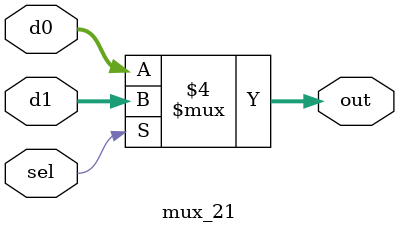
<source format=sv>
module select_adder (
	input  [15:0] A, B,
	input         cin,
	output [15:0] S,
	output        cout
);

    /* TODO
     *
     * Insert code here to implement a CSA adder.
     * Your code should be completly combinational (don't use always_ff or always_latch).
     * Feel free to create sub-modules or other files. */
	  logic c0, c1, c2;
	  ADDER4 a4(.A(A[3:0]), .B(B[3:0]), .cin(cin), .S(S[3:0]), .cout(c0));
     selectAdder sa1(.a(A[7:4]), .b(B[7:4]), .cin(c0), .S(S[7:4]), .cout(c1));
	  selectAdder sa2(.a(A[11:8]), .b(B[11:8]), .cin(c1), .S(S[11:8]), .cout(c2));
	  selectAdder sa3(.a(A[15:12]), .b(B[15:12]), .cin(c2), .S(S[15:12]), .cout(cout));
endmodule

module selectAdder(input logic [3:0] a, b,
				input logic cin,
				output logic [3:0]S, 
				output logic cout);
	/** logic [3:0] s0, s1;
	logic c0, c1;
	full_adder FA0(.x(a), .y(b), .z(1'b0), .s(s0), .c(c0));
	full_adder FA1(.x(a), .y(b), .z(1'b1), .s(s1), .c(c1));
	mux_21 m0(.d0(s0[0]), .d1(s1[0]), .sel(cin), .out(S[0]));
	mux_21 m1(.d0(s0[1]), .d1(s1[1]), .sel(c1), .out(S[1]));
	mux_21 m2(.d0(s0[2]), .d1(s1[2]), .sel(cin), .out(S[2]));
	mux_21 m3(.d0(s0[3]), .d1(s1[3]), .sel(cin), .out(S[3]));
	mux_21 m4(.d0(c0), .d1(c1), .sel(cin), .out(cout)); **/
	
	logic cout1, cout2;
	logic [3:0] s0, s1;
	logic c_temp;
	
	ADDER4 a10(.A(a[3:0]), .B(b[3:0]), .cin(1'b0), .S(s0), .cout(cout1));
	ADDER4 a11(.A(a[3:0]), .B(b[3:0]), .cin(1'b1), .S(s1), .cout(cout2));
	
	mux_21 mux1(.d0(s0), .d1(s1), .sel(cin), .out(S[3:0]));
	
	assign c_temp = (cin & cout2);
	assign cout = (c_temp | cout1);
	
endmodule 

module mux_21(input logic [3:0] d0,d1, 
				input logic sel,
				output logic [3:0] out);
	always_comb
	begin
		if (sel == 1'b1)
			out = d1;
		else
			out = d0;
	end
endmodule 

/**module ADDER4 (input [3:0] A, B,
 input c_in,
 output logic [3:0] S,
 output logic c_out);**/

// Internal carries in the 4-bit adder
//logic c0, c1, c2;
/*============================================*/
// Netlists with named (explicit) port connection
// Syntax: <module> <name>(.<parameter_name> (<connection_name>), …)
/**full_adder FA0 (.x (A[0]), .y (B[0]), .z (c_in), .s (S[0]), .c (c0));
full_adder FA1 (.x (A[1]), .y (B[1]), .z (c0), .s (S[1]), .c (c1));
full_adder FA2 (.x (A[2]), .y (B[2]), .z (c1), .s (S[2]), .c (c2));
full_adder FA3 (.x (A[3]), .y (B[3]), .z (c2), .s (S[3]), .c (c_out));
endmodule

module full_adder (input x, y, z,
 output logic s, c);
assign s = x^y^z;
assign c = (x&y)|(y&z)|(x&z);
endmodule **/


</source>
